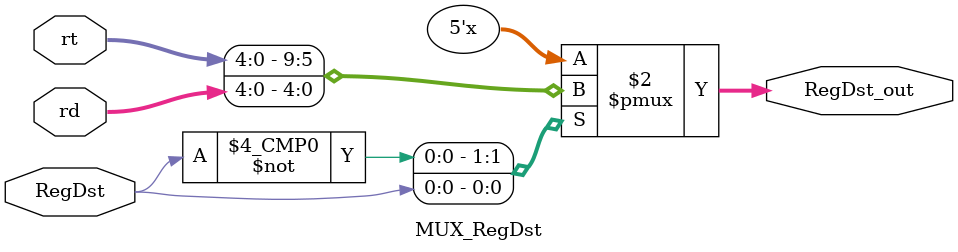
<source format=sv>
module  MUX_RegDst(
input logic RegDst,
input logic[4:0] rt, // from 20:16
input logic[4:0] rd, //from 15:11 
output logic[4:0] RegDst_out
);

always_comb
begin
	case (RegDst)
	0 : RegDst_out = rt;
	1 : RegDst_out = rd;
	default : RegDst_out = 0;
	endcase
end

endmodule

</source>
